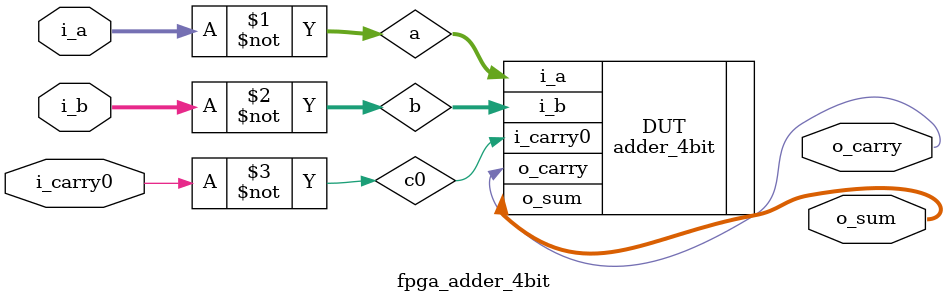
<source format=v>
`timescale 1ns / 1ps


module fpga_adder_4bit(
    input wire [3:0] i_a,
    input wire [3:0] i_b,
    input wire i_carry0,
    output wire [3:0] o_sum,
    output wire o_carry
    );
    wire [3:0] a = ~i_a;
    wire [3:0] b = ~i_b;
    wire c0 = ~i_carry0;

    adder_4bit DUT(
        .i_a (a),
        .i_b (b),
        .i_carry0 (c0),
        .o_sum (o_sum),
        .o_carry (o_carry)
    );
endmodule

</source>
